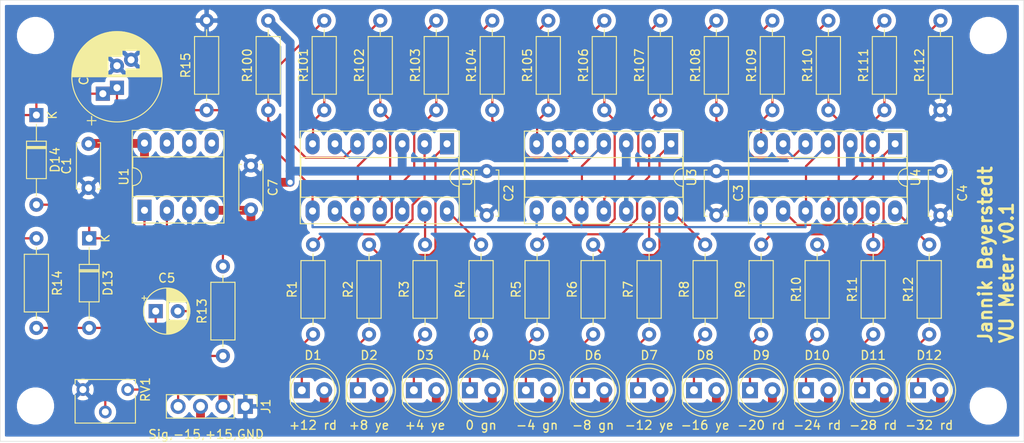
<source format=kicad_pcb>
(kicad_pcb (version 20171130) (host pcbnew "(5.1.8-0-10_14)")
  (title_block (title "VU Meter Module") (date 2020-12-06) (rev v0.2) (company "Jannik Beyerstedt") (comment 1 "Fixed Prototype"))
  (layers (0 F.Cu signal) (31 B.Cu signal) (34 B.Paste user) (35 F.Paste user) (36 B.SilkS user) (37 F.SilkS user) (38 B.Mask user) (39 F.Mask user) (44 Edge.Cuts user))
  (net 0 "")
  (net 1 +15V)
  (net 2 "Net-(C5-Pad2)")
  (net 3 "Net-(C5-Pad1)")
  (net 4 "Net-(C6-Pad1)")
  (net 5 "Net-(D1-Pad1)")
  (net 6 "Net-(D2-Pad1)")
  (net 7 "Net-(D3-Pad1)")
  (net 8 "Net-(D4-Pad1)")
  (net 9 "Net-(D5-Pad1)")
  (net 10 "Net-(D6-Pad1)")
  (net 11 "Net-(D7-Pad1)")
  (net 12 "Net-(D8-Pad1)")
  (net 13 "Net-(D9-Pad1)")
  (net 14 "Net-(D10-Pad1)")
  (net 15 "Net-(D11-Pad1)")
  (net 16 "Net-(D12-Pad1)")
  (net 17 "Net-(D13-Pad2)")
  (net 18 "Net-(D13-Pad1)")
  (net 19 "Net-(R1-Pad2)")
  (net 20 "Net-(R2-Pad2)")
  (net 21 "Net-(R3-Pad2)")
  (net 22 "Net-(R4-Pad2)")
  (net 23 "Net-(R5-Pad2)")
  (net 24 "Net-(R6-Pad2)")
  (net 25 "Net-(R7-Pad2)")
  (net 26 "Net-(R8-Pad2)")
  (net 27 "Net-(R9-Pad2)")
  (net 28 "Net-(R10-Pad2)")
  (net 29 "Net-(R11-Pad2)")
  (net 30 "Net-(R12-Pad2)")
  (net 31 "Net-(R100-Pad1)")
  (net 32 "Net-(R101-Pad1)")
  (net 33 "Net-(R102-Pad1)")
  (net 34 "Net-(R103-Pad1)")
  (net 35 "Net-(R104-Pad1)")
  (net 36 "Net-(R105-Pad1)")
  (net 37 "Net-(R106-Pad1)")
  (net 38 "Net-(R107-Pad1)")
  (net 39 "Net-(R108-Pad1)")
  (net 40 "Net-(R109-Pad1)")
  (net 41 "Net-(R110-Pad1)")
  (net 42 "Net-(R111-Pad1)")
  (net 43 Line_Input)
  (net 44 -15V)
  (net 45 GND)
  (module Potentiometer_THT:Potentiometer_Vishay_T73XX_Horizontal (layer F.Cu) (at 44.45 64.135 270)
    (fp_text reference RV1 (at 0 -2.01 90) (layer F.SilkS))
    (fp_text value 50K)
    (pad 1 thru_hole circle (at 0 0 270) (size 1.44 1.44) (drill 0.8) (layers *.Cu *.Mask) (net 43 Line_Input))
    (pad 2 thru_hole circle (at 2.54 2.54 270) (size 1.44 1.44) (drill 0.8) (layers *.Cu *.Mask) (net 3 "Net-(C5-Pad1)"))
    (pad 3 thru_hole circle (at 0 5.08 270) (size 1.44 1.44) (drill 0.8) (layers *.Cu *.Mask) (net 45 GND))
  )
  (module Connector_PinHeader_2.54mm:PinHeader_1x04_P2.54mm_Vertical (layer F.Cu) (at 57.785 66.04 270)
    (fp_text reference J1 (at 0 -2.33 90) (layer F.SilkS))
    (fp_text value Pwr_Signal)
    (pad 4 thru_hole oval (at 0 7.62 270) (size 1.7 1.7) (drill 1) (layers *.Cu *.Mask) (net 43 Line_Input))
    (pad 3 thru_hole oval (at 0 5.08 270) (size 1.7 1.7) (drill 1) (layers *.Cu *.Mask) (net 1 +15V))
    (pad 2 thru_hole oval (at 0 2.54 270) (size 1.7 1.7) (drill 1) (layers *.Cu *.Mask) (net 44 -15V))
    (pad 1 thru_hole rect (at 0 0 270) (size 1.7 1.7) (drill 1) (layers *.Cu *.Mask) (net 45 GND))
  )
  (module Capacitor_THT:C_Disc_D5.0mm_W2.5mm_P5.00mm (layer F.Cu) (at 58.42 38.735 270)
    (fp_text reference C7 (at 2.5 -2.5 90) (layer F.SilkS))
    (fp_text value 100nF)
    (pad 2 thru_hole circle (at 5 0 270) (size 1.6 1.6) (drill 0.8) (layers *.Cu *.Mask) (net 44 -15V))
    (pad 1 thru_hole circle (at 0 0 270) (size 1.6 1.6) (drill 0.8) (layers *.Cu *.Mask) (net 45 GND))
  )
  (module Capacitor_THT:C_Disc_D5.0mm_W2.5mm_P5.00mm (layer F.Cu) (at 136.58 39.37 270)
    (fp_text reference C4 (at 2.5 -2.5 90) (layer F.SilkS))
    (fp_text value 100nF)
    (pad 2 thru_hole circle (at 5 0 270) (size 1.6 1.6) (drill 0.8) (layers *.Cu *.Mask) (net 45 GND))
    (pad 1 thru_hole circle (at 0 0 270) (size 1.6 1.6) (drill 0.8) (layers *.Cu *.Mask) (net 1 +15V))
  )
  (module Capacitor_THT:C_Disc_D5.0mm_W2.5mm_P5.00mm (layer F.Cu) (at 111.18 39.37 270)
    (fp_text reference C3 (at 2.5 -2.5 90) (layer F.SilkS))
    (fp_text value 100nF)
    (pad 2 thru_hole circle (at 5 0 270) (size 1.6 1.6) (drill 0.8) (layers *.Cu *.Mask) (net 45 GND))
    (pad 1 thru_hole circle (at 0 0 270) (size 1.6 1.6) (drill 0.8) (layers *.Cu *.Mask) (net 1 +15V))
  )
  (module Capacitor_THT:C_Disc_D5.0mm_W2.5mm_P5.00mm (layer F.Cu) (at 85.145 39.37 270)
    (fp_text reference C2 (at 2.5 -2.5 90) (layer F.SilkS))
    (fp_text value 100nF)
    (pad 2 thru_hole circle (at 5 0 270) (size 1.6 1.6) (drill 0.8) (layers *.Cu *.Mask) (net 45 GND))
    (pad 1 thru_hole circle (at 0 0 270) (size 1.6 1.6) (drill 0.8) (layers *.Cu *.Mask) (net 1 +15V))
  )
  (module Capacitor_THT:C_Disc_D5.0mm_W2.5mm_P5.00mm (layer F.Cu) (at 40.005 41.275 90)
    (fp_text reference C1 (at 2.5 -2.5 90) (layer F.SilkS))
    (fp_text value 100nF)
    (pad 2 thru_hole circle (at 5 0 90) (size 1.6 1.6) (drill 0.8) (layers *.Cu *.Mask) (net 1 +15V))
    (pad 1 thru_hole circle (at 0 0 90) (size 1.6 1.6) (drill 0.8) (layers *.Cu *.Mask) (net 45 GND))
  )
  (module MountingHole:MountingHole_3.2mm_M3_ISO14580 (layer F.Cu) (at 34 24)
    (fp_text reference H4 hide)
    (fp_text value MountingHole hide)
    (pad 1 np_thru_hole circle (at 0 0) (size 3.2 3.2) (drill 3.2) (layers *.Cu *.Mask))
  )
  (module MountingHole:MountingHole_3.2mm_M3_ISO14580 (layer F.Cu) (at 142 24)
    (fp_text reference H3 hide)
    (fp_text value MountingHole hide)
    (pad 1 np_thru_hole circle (at 0 0) (size 3.2 3.2) (drill 3.2) (layers *.Cu *.Mask))
  )
  (module MountingHole:MountingHole_3.2mm_M3_ISO14580 (layer F.Cu) (at 142 66)
    (fp_text reference H2 hide)
    (fp_text value MountingHole hide)
    (pad 1 np_thru_hole circle (at 0 0) (size 3.2 3.2) (drill 3.2) (layers *.Cu *.Mask))
  )
  (module MountingHole:MountingHole_3.2mm_M3_ISO14580 (layer F.Cu) (at 34 66)
    (fp_text reference H1 hide)
    (fp_text value MountingHole hide)
    (pad 1 np_thru_hole circle (at 0 0) (size 3.2 3.2) (drill 3.2) (layers *.Cu *.Mask))
  )
  (module Capacitor_THT:CP_Radial_D10.0mm_P2.50mm_P5.00mm (layer F.Cu) (at 43.235 29.925 90)
    (fp_text reference C6 (at 1.25 -3.75 90) (layer F.SilkS))
    (fp_text value 47uF)
    (pad 2 thru_hole circle (at 3.170937 1.6 90) (size 1.6 1.6) (drill 0.8) (layers *.Cu *.Mask) (net 45 GND))
    (pad 1 thru_hole rect (at -0.670937 -1.6 90) (size 1.6 1.6) (drill 0.8) (layers *.Cu *.Mask) (net 4 "Net-(C6-Pad1)"))
    (pad 2 thru_hole circle (at 2.5 0 90) (size 1.6 1.6) (drill 0.8) (layers *.Cu *.Mask) (net 45 GND))
    (pad 1 thru_hole rect (at 0 0 90) (size 1.6 1.6) (drill 0.8) (layers *.Cu *.Mask) (net 4 "Net-(C6-Pad1)"))
  )
  (module Capacitor_THT:CP_Radial_D5.0mm_P2.50mm (layer F.Cu) (at 47.625 55.245)
    (fp_text reference C5 (at 1.25 -3.75) (layer F.SilkS))
    (fp_text value 1uF)
    (pad 2 thru_hole circle (at 2.5 0) (size 1.6 1.6) (drill 0.8) (layers *.Cu *.Mask) (net 2 "Net-(C5-Pad2)"))
    (pad 1 thru_hole rect (at 0 0) (size 1.6 1.6) (drill 0.8) (layers *.Cu *.Mask) (net 3 "Net-(C5-Pad1)"))
  )
  (module Package_DIP:DIP-14_W7.62mm_Socket_LongPads (layer F.Cu) (at 131.445 36.275 270)
    (fp_text reference U4 (at 3.81 -2.33 90) (layer F.SilkS))
    (fp_text value LM339)
    (pad 14 thru_hole oval (at 7.62 0 270) (size 2.4 1.6) (drill 0.8) (layers *.Cu *.Mask) (net 30 "Net-(R12-Pad2)"))
    (pad 7 thru_hole oval (at 0 15.24 270) (size 2.4 1.6) (drill 0.8) (layers *.Cu *.Mask) (net 40 "Net-(R109-Pad1)"))
    (pad 13 thru_hole oval (at 7.62 2.54 270) (size 2.4 1.6) (drill 0.8) (layers *.Cu *.Mask) (net 29 "Net-(R11-Pad2)"))
    (pad 6 thru_hole oval (at 0 12.7 270) (size 2.4 1.6) (drill 0.8) (layers *.Cu *.Mask) (net 4 "Net-(C6-Pad1)"))
    (pad 12 thru_hole oval (at 7.62 5.08 270) (size 2.4 1.6) (drill 0.8) (layers *.Cu *.Mask) (net 45 GND))
    (pad 5 thru_hole oval (at 0 10.16 270) (size 2.4 1.6) (drill 0.8) (layers *.Cu *.Mask) (net 39 "Net-(R108-Pad1)"))
    (pad 11 thru_hole oval (at 7.62 7.62 270) (size 2.4 1.6) (drill 0.8) (layers *.Cu *.Mask) (net 41 "Net-(R110-Pad1)"))
    (pad 4 thru_hole oval (at 0 7.62 270) (size 2.4 1.6) (drill 0.8) (layers *.Cu *.Mask) (net 4 "Net-(C6-Pad1)"))
    (pad 10 thru_hole oval (at 7.62 10.16 270) (size 2.4 1.6) (drill 0.8) (layers *.Cu *.Mask) (net 4 "Net-(C6-Pad1)"))
    (pad 3 thru_hole oval (at 0 5.08 270) (size 2.4 1.6) (drill 0.8) (layers *.Cu *.Mask) (net 1 +15V))
    (pad 9 thru_hole oval (at 7.62 12.7 270) (size 2.4 1.6) (drill 0.8) (layers *.Cu *.Mask) (net 42 "Net-(R111-Pad1)"))
    (pad 2 thru_hole oval (at 0 2.54 270) (size 2.4 1.6) (drill 0.8) (layers *.Cu *.Mask) (net 27 "Net-(R9-Pad2)"))
    (pad 8 thru_hole oval (at 7.62 15.24 270) (size 2.4 1.6) (drill 0.8) (layers *.Cu *.Mask) (net 4 "Net-(C6-Pad1)"))
    (pad 1 thru_hole rect (at 0 0 270) (size 2.4 1.6) (drill 0.8) (layers *.Cu *.Mask) (net 28 "Net-(R10-Pad2)"))
  )
  (module Package_DIP:DIP-14_W7.62mm_Socket_LongPads (layer F.Cu) (at 106.045 36.275 270)
    (fp_text reference U3 (at 3.81 -2.33 90) (layer F.SilkS))
    (fp_text value LM339)
    (pad 14 thru_hole oval (at 7.62 0 270) (size 2.4 1.6) (drill 0.8) (layers *.Cu *.Mask) (net 26 "Net-(R8-Pad2)"))
    (pad 7 thru_hole oval (at 0 15.24 270) (size 2.4 1.6) (drill 0.8) (layers *.Cu *.Mask) (net 36 "Net-(R105-Pad1)"))
    (pad 13 thru_hole oval (at 7.62 2.54 270) (size 2.4 1.6) (drill 0.8) (layers *.Cu *.Mask) (net 25 "Net-(R7-Pad2)"))
    (pad 6 thru_hole oval (at 0 12.7 270) (size 2.4 1.6) (drill 0.8) (layers *.Cu *.Mask) (net 4 "Net-(C6-Pad1)"))
    (pad 12 thru_hole oval (at 7.62 5.08 270) (size 2.4 1.6) (drill 0.8) (layers *.Cu *.Mask) (net 45 GND))
    (pad 5 thru_hole oval (at 0 10.16 270) (size 2.4 1.6) (drill 0.8) (layers *.Cu *.Mask) (net 35 "Net-(R104-Pad1)"))
    (pad 11 thru_hole oval (at 7.62 7.62 270) (size 2.4 1.6) (drill 0.8) (layers *.Cu *.Mask) (net 37 "Net-(R106-Pad1)"))
    (pad 4 thru_hole oval (at 0 7.62 270) (size 2.4 1.6) (drill 0.8) (layers *.Cu *.Mask) (net 4 "Net-(C6-Pad1)"))
    (pad 10 thru_hole oval (at 7.62 10.16 270) (size 2.4 1.6) (drill 0.8) (layers *.Cu *.Mask) (net 4 "Net-(C6-Pad1)"))
    (pad 3 thru_hole oval (at 0 5.08 270) (size 2.4 1.6) (drill 0.8) (layers *.Cu *.Mask) (net 1 +15V))
    (pad 9 thru_hole oval (at 7.62 12.7 270) (size 2.4 1.6) (drill 0.8) (layers *.Cu *.Mask) (net 38 "Net-(R107-Pad1)"))
    (pad 2 thru_hole oval (at 0 2.54 270) (size 2.4 1.6) (drill 0.8) (layers *.Cu *.Mask) (net 23 "Net-(R5-Pad2)"))
    (pad 8 thru_hole oval (at 7.62 15.24 270) (size 2.4 1.6) (drill 0.8) (layers *.Cu *.Mask) (net 4 "Net-(C6-Pad1)"))
    (pad 1 thru_hole rect (at 0 0 270) (size 2.4 1.6) (drill 0.8) (layers *.Cu *.Mask) (net 24 "Net-(R6-Pad2)"))
  )
  (module Package_DIP:DIP-14_W7.62mm_Socket_LongPads (layer F.Cu) (at 80.645 36.275 270)
    (fp_text reference U2 (at 3.81 -2.33 90) (layer F.SilkS))
    (fp_text value LM339)
    (pad 14 thru_hole oval (at 7.62 0 270) (size 2.4 1.6) (drill 0.8) (layers *.Cu *.Mask) (net 22 "Net-(R4-Pad2)"))
    (pad 7 thru_hole oval (at 0 15.24 270) (size 2.4 1.6) (drill 0.8) (layers *.Cu *.Mask) (net 32 "Net-(R101-Pad1)"))
    (pad 13 thru_hole oval (at 7.62 2.54 270) (size 2.4 1.6) (drill 0.8) (layers *.Cu *.Mask) (net 21 "Net-(R3-Pad2)"))
    (pad 6 thru_hole oval (at 0 12.7 270) (size 2.4 1.6) (drill 0.8) (layers *.Cu *.Mask) (net 4 "Net-(C6-Pad1)"))
    (pad 12 thru_hole oval (at 7.62 5.08 270) (size 2.4 1.6) (drill 0.8) (layers *.Cu *.Mask) (net 45 GND))
    (pad 5 thru_hole oval (at 0 10.16 270) (size 2.4 1.6) (drill 0.8) (layers *.Cu *.Mask) (net 31 "Net-(R100-Pad1)"))
    (pad 11 thru_hole oval (at 7.62 7.62 270) (size 2.4 1.6) (drill 0.8) (layers *.Cu *.Mask) (net 33 "Net-(R102-Pad1)"))
    (pad 4 thru_hole oval (at 0 7.62 270) (size 2.4 1.6) (drill 0.8) (layers *.Cu *.Mask) (net 4 "Net-(C6-Pad1)"))
    (pad 10 thru_hole oval (at 7.62 10.16 270) (size 2.4 1.6) (drill 0.8) (layers *.Cu *.Mask) (net 4 "Net-(C6-Pad1)"))
    (pad 3 thru_hole oval (at 0 5.08 270) (size 2.4 1.6) (drill 0.8) (layers *.Cu *.Mask) (net 1 +15V))
    (pad 9 thru_hole oval (at 7.62 12.7 270) (size 2.4 1.6) (drill 0.8) (layers *.Cu *.Mask) (net 34 "Net-(R103-Pad1)"))
    (pad 2 thru_hole oval (at 0 2.54 270) (size 2.4 1.6) (drill 0.8) (layers *.Cu *.Mask) (net 19 "Net-(R1-Pad2)"))
    (pad 8 thru_hole oval (at 7.62 15.24 270) (size 2.4 1.6) (drill 0.8) (layers *.Cu *.Mask) (net 4 "Net-(C6-Pad1)"))
    (pad 1 thru_hole rect (at 0 0 270) (size 2.4 1.6) (drill 0.8) (layers *.Cu *.Mask) (net 20 "Net-(R2-Pad2)"))
  )
  (module Package_DIP:DIP-8_W7.62mm_Socket_LongPads (layer F.Cu) (at 46.355 43.815 90)
    (fp_text reference U1 (at 3.81 -2.33 90) (layer F.SilkS))
    (fp_text value LM833N)
    (pad 8 thru_hole oval (at 7.62 0 90) (size 2.4 1.6) (drill 0.8) (layers *.Cu *.Mask) (net 1 +15V))
    (pad 4 thru_hole oval (at 0 7.62 90) (size 2.4 1.6) (drill 0.8) (layers *.Cu *.Mask) (net 44 -15V))
    (pad 7 thru_hole oval (at 7.62 2.54 90) (size 2.4 1.6) (drill 0.8) (layers *.Cu *.Mask))
    (pad 3 thru_hole oval (at 0 5.08 90) (size 2.4 1.6) (drill 0.8) (layers *.Cu *.Mask) (net 45 GND))
    (pad 6 thru_hole oval (at 7.62 5.08 90) (size 2.4 1.6) (drill 0.8) (layers *.Cu *.Mask))
    (pad 2 thru_hole oval (at 0 2.54 90) (size 2.4 1.6) (drill 0.8) (layers *.Cu *.Mask) (net 17 "Net-(D13-Pad2)"))
    (pad 5 thru_hole oval (at 7.62 7.62 90) (size 2.4 1.6) (drill 0.8) (layers *.Cu *.Mask))
    (pad 1 thru_hole rect (at 0 0 90) (size 2.4 1.6) (drill 0.8) (layers *.Cu *.Mask) (net 18 "Net-(D13-Pad1)"))
  )
  (module Resistor_THT:R_Axial_DIN0207_L6.3mm_D2.5mm_P10.16mm_Horizontal (layer F.Cu) (at 136.58 32.465 90)
    (fp_text reference R112 (at 5.08 -2.37 90) (layer F.SilkS))
    (fp_text value 68R)
    (pad 2 thru_hole oval (at 10.16 0 90) (size 1.6 1.6) (drill 0.8) (layers *.Cu *.Mask) (net 42 "Net-(R111-Pad1)"))
    (pad 1 thru_hole circle (at 0 0 90) (size 1.6 1.6) (drill 0.8) (layers *.Cu *.Mask) (net 45 GND))
  )
  (module Resistor_THT:R_Axial_DIN0207_L6.3mm_D2.5mm_P10.16mm_Horizontal (layer F.Cu) (at 130.23 32.465 90)
    (fp_text reference R111 (at 5.08 -2.37 90) (layer F.SilkS))
    (fp_text value 39R)
    (pad 2 thru_hole oval (at 10.16 0 90) (size 1.6 1.6) (drill 0.8) (layers *.Cu *.Mask) (net 41 "Net-(R110-Pad1)"))
    (pad 1 thru_hole circle (at 0 0 90) (size 1.6 1.6) (drill 0.8) (layers *.Cu *.Mask) (net 42 "Net-(R111-Pad1)"))
  )
  (module Resistor_THT:R_Axial_DIN0207_L6.3mm_D2.5mm_P10.16mm_Horizontal (layer F.Cu) (at 123.88 32.465 90)
    (fp_text reference R110 (at 5.08 -2.37 90) (layer F.SilkS))
    (fp_text value 68R)
    (pad 2 thru_hole oval (at 10.16 0 90) (size 1.6 1.6) (drill 0.8) (layers *.Cu *.Mask) (net 40 "Net-(R109-Pad1)"))
    (pad 1 thru_hole circle (at 0 0 90) (size 1.6 1.6) (drill 0.8) (layers *.Cu *.Mask) (net 41 "Net-(R110-Pad1)"))
  )
  (module Resistor_THT:R_Axial_DIN0207_L6.3mm_D2.5mm_P10.16mm_Horizontal (layer F.Cu) (at 117.53 32.465 90)
    (fp_text reference R109 (at 5.08 -2.37 90) (layer F.SilkS))
    (fp_text value 100R)
    (pad 2 thru_hole oval (at 10.16 0 90) (size 1.6 1.6) (drill 0.8) (layers *.Cu *.Mask) (net 39 "Net-(R108-Pad1)"))
    (pad 1 thru_hole circle (at 0 0 90) (size 1.6 1.6) (drill 0.8) (layers *.Cu *.Mask) (net 40 "Net-(R109-Pad1)"))
  )
  (module Resistor_THT:R_Axial_DIN0207_L6.3mm_D2.5mm_P10.16mm_Horizontal (layer F.Cu) (at 111.18 32.465 90)
    (fp_text reference R108 (at 5.08 -2.37 90) (layer F.SilkS))
    (fp_text value 150R)
    (pad 2 thru_hole oval (at 10.16 0 90) (size 1.6 1.6) (drill 0.8) (layers *.Cu *.Mask) (net 38 "Net-(R107-Pad1)"))
    (pad 1 thru_hole circle (at 0 0 90) (size 1.6 1.6) (drill 0.8) (layers *.Cu *.Mask) (net 39 "Net-(R108-Pad1)"))
  )
  (module Resistor_THT:R_Axial_DIN0207_L6.3mm_D2.5mm_P10.16mm_Horizontal (layer F.Cu) (at 104.83 32.465 90)
    (fp_text reference R107 (at 5.08 -2.37 90) (layer F.SilkS))
    (fp_text value 270R)
    (pad 2 thru_hole oval (at 10.16 0 90) (size 1.6 1.6) (drill 0.8) (layers *.Cu *.Mask) (net 37 "Net-(R106-Pad1)"))
    (pad 1 thru_hole circle (at 0 0 90) (size 1.6 1.6) (drill 0.8) (layers *.Cu *.Mask) (net 38 "Net-(R107-Pad1)"))
  )
  (module Resistor_THT:R_Axial_DIN0207_L6.3mm_D2.5mm_P10.16mm_Horizontal (layer F.Cu) (at 98.48 32.465 90)
    (fp_text reference R106 (at 5.08 -2.37 90) (layer F.SilkS))
    (fp_text value 390R)
    (pad 2 thru_hole oval (at 10.16 0 90) (size 1.6 1.6) (drill 0.8) (layers *.Cu *.Mask) (net 36 "Net-(R105-Pad1)"))
    (pad 1 thru_hole circle (at 0 0 90) (size 1.6 1.6) (drill 0.8) (layers *.Cu *.Mask) (net 37 "Net-(R106-Pad1)"))
  )
  (module Resistor_THT:R_Axial_DIN0207_L6.3mm_D2.5mm_P10.16mm_Horizontal (layer F.Cu) (at 92.13 32.465 90)
    (fp_text reference R105 (at 5.08 -2.37 90) (layer F.SilkS))
    (fp_text value 680R)
    (pad 2 thru_hole oval (at 10.16 0 90) (size 1.6 1.6) (drill 0.8) (layers *.Cu *.Mask) (net 35 "Net-(R104-Pad1)"))
    (pad 1 thru_hole circle (at 0 0 90) (size 1.6 1.6) (drill 0.8) (layers *.Cu *.Mask) (net 36 "Net-(R105-Pad1)"))
  )
  (module Resistor_THT:R_Axial_DIN0207_L6.3mm_D2.5mm_P10.16mm_Horizontal (layer F.Cu) (at 85.78 32.465 90)
    (fp_text reference R104 (at 5.08 -2.37 90) (layer F.SilkS))
    (fp_text value 1K)
    (pad 2 thru_hole oval (at 10.16 0 90) (size 1.6 1.6) (drill 0.8) (layers *.Cu *.Mask) (net 34 "Net-(R103-Pad1)"))
    (pad 1 thru_hole circle (at 0 0 90) (size 1.6 1.6) (drill 0.8) (layers *.Cu *.Mask) (net 35 "Net-(R104-Pad1)"))
  )
  (module Resistor_THT:R_Axial_DIN0207_L6.3mm_D2.5mm_P10.16mm_Horizontal (layer F.Cu) (at 79.43 32.465 90)
    (fp_text reference R103 (at 5.08 -2.37 90) (layer F.SilkS))
    (fp_text value 1.5K)
    (pad 2 thru_hole oval (at 10.16 0 90) (size 1.6 1.6) (drill 0.8) (layers *.Cu *.Mask) (net 33 "Net-(R102-Pad1)"))
    (pad 1 thru_hole circle (at 0 0 90) (size 1.6 1.6) (drill 0.8) (layers *.Cu *.Mask) (net 34 "Net-(R103-Pad1)"))
  )
  (module Resistor_THT:R_Axial_DIN0207_L6.3mm_D2.5mm_P10.16mm_Horizontal (layer F.Cu) (at 73.08 32.465 90)
    (fp_text reference R102 (at 5.08 -2.37 90) (layer F.SilkS))
    (fp_text value 2.7K)
    (pad 2 thru_hole oval (at 10.16 0 90) (size 1.6 1.6) (drill 0.8) (layers *.Cu *.Mask) (net 32 "Net-(R101-Pad1)"))
    (pad 1 thru_hole circle (at 0 0 90) (size 1.6 1.6) (drill 0.8) (layers *.Cu *.Mask) (net 33 "Net-(R102-Pad1)"))
  )
  (module Resistor_THT:R_Axial_DIN0207_L6.3mm_D2.5mm_P10.16mm_Horizontal (layer F.Cu) (at 66.73 32.465 90)
    (fp_text reference R101 (at 5.08 -2.37 90) (layer F.SilkS))
    (fp_text value 3.9K)
    (pad 2 thru_hole oval (at 10.16 0 90) (size 1.6 1.6) (drill 0.8) (layers *.Cu *.Mask) (net 31 "Net-(R100-Pad1)"))
    (pad 1 thru_hole circle (at 0 0 90) (size 1.6 1.6) (drill 0.8) (layers *.Cu *.Mask) (net 32 "Net-(R101-Pad1)"))
  )
  (module Resistor_THT:R_Axial_DIN0207_L6.3mm_D2.5mm_P10.16mm_Horizontal (layer F.Cu) (at 60.38 32.465 90)
    (fp_text reference R100 (at 5.08 -2.37 90) (layer F.SilkS))
    (fp_text value 2.7K)
    (pad 2 thru_hole oval (at 10.16 0 90) (size 1.6 1.6) (drill 0.8) (layers *.Cu *.Mask) (net 1 +15V))
    (pad 1 thru_hole circle (at 0 0 90) (size 1.6 1.6) (drill 0.8) (layers *.Cu *.Mask) (net 31 "Net-(R100-Pad1)"))
  )
  (module Resistor_THT:R_Axial_DIN0207_L6.3mm_D2.5mm_P10.16mm_Horizontal (layer F.Cu) (at 53.395 32.465 90)
    (fp_text reference R15 (at 5.08 -2.37 90) (layer F.SilkS))
    (fp_text value 100K)
    (pad 2 thru_hole oval (at 10.16 0 90) (size 1.6 1.6) (drill 0.8) (layers *.Cu *.Mask) (net 45 GND))
    (pad 1 thru_hole circle (at 0 0 90) (size 1.6 1.6) (drill 0.8) (layers *.Cu *.Mask) (net 4 "Net-(C6-Pad1)"))
  )
  (module Resistor_THT:R_Axial_DIN0207_L6.3mm_D2.5mm_P10.16mm_Horizontal (layer F.Cu) (at 34.1 46.99 270)
    (fp_text reference R14 (at 5.08 -2.37 90) (layer F.SilkS))
    (fp_text value 3.9K)
    (pad 2 thru_hole oval (at 10.16 0 270) (size 1.6 1.6) (drill 0.8) (layers *.Cu *.Mask) (net 17 "Net-(D13-Pad2)"))
    (pad 1 thru_hole circle (at 0 0 270) (size 1.6 1.6) (drill 0.8) (layers *.Cu *.Mask) (net 4 "Net-(C6-Pad1)"))
  )
  (module Resistor_THT:R_Axial_DIN0207_L6.3mm_D2.5mm_P10.16mm_Horizontal (layer F.Cu) (at 55.245 60.325 90)
    (fp_text reference R13 (at 5.08 -2.37 90) (layer F.SilkS))
    (fp_text value 1K)
    (pad 2 thru_hole oval (at 10.16 0 90) (size 1.6 1.6) (drill 0.8) (layers *.Cu *.Mask) (net 17 "Net-(D13-Pad2)"))
    (pad 1 thru_hole circle (at 0 0 90) (size 1.6 1.6) (drill 0.8) (layers *.Cu *.Mask) (net 2 "Net-(C5-Pad2)"))
  )
  (module Resistor_THT:R_Axial_DIN0207_L6.3mm_D2.5mm_P10.16mm_Horizontal (layer F.Cu) (at 135.31 57.865 90)
    (fp_text reference R12 (at 5.08 -2.37 90) (layer F.SilkS))
    (fp_text value 390R)
    (pad 2 thru_hole oval (at 10.16 0 90) (size 1.6 1.6) (drill 0.8) (layers *.Cu *.Mask) (net 30 "Net-(R12-Pad2)"))
    (pad 1 thru_hole circle (at 0 0 90) (size 1.6 1.6) (drill 0.8) (layers *.Cu *.Mask) (net 16 "Net-(D12-Pad1)"))
  )
  (module Resistor_THT:R_Axial_DIN0207_L6.3mm_D2.5mm_P10.16mm_Horizontal (layer F.Cu) (at 128.96 57.865 90)
    (fp_text reference R11 (at 5.08 -2.37 90) (layer F.SilkS))
    (fp_text value 390R)
    (pad 2 thru_hole oval (at 10.16 0 90) (size 1.6 1.6) (drill 0.8) (layers *.Cu *.Mask) (net 29 "Net-(R11-Pad2)"))
    (pad 1 thru_hole circle (at 0 0 90) (size 1.6 1.6) (drill 0.8) (layers *.Cu *.Mask) (net 15 "Net-(D11-Pad1)"))
  )
  (module Resistor_THT:R_Axial_DIN0207_L6.3mm_D2.5mm_P10.16mm_Horizontal (layer F.Cu) (at 122.61 57.865 90)
    (fp_text reference R10 (at 5.08 -2.37 90) (layer F.SilkS))
    (fp_text value 390R)
    (pad 2 thru_hole oval (at 10.16 0 90) (size 1.6 1.6) (drill 0.8) (layers *.Cu *.Mask) (net 28 "Net-(R10-Pad2)"))
    (pad 1 thru_hole circle (at 0 0 90) (size 1.6 1.6) (drill 0.8) (layers *.Cu *.Mask) (net 14 "Net-(D10-Pad1)"))
  )
  (module Resistor_THT:R_Axial_DIN0207_L6.3mm_D2.5mm_P10.16mm_Horizontal (layer F.Cu) (at 116.26 57.865 90)
    (fp_text reference R9 (at 5.08 -2.37 90) (layer F.SilkS))
    (fp_text value 390R)
    (pad 2 thru_hole oval (at 10.16 0 90) (size 1.6 1.6) (drill 0.8) (layers *.Cu *.Mask) (net 27 "Net-(R9-Pad2)"))
    (pad 1 thru_hole circle (at 0 0 90) (size 1.6 1.6) (drill 0.8) (layers *.Cu *.Mask) (net 13 "Net-(D9-Pad1)"))
  )
  (module Resistor_THT:R_Axial_DIN0207_L6.3mm_D2.5mm_P10.16mm_Horizontal (layer F.Cu) (at 109.91 57.865 90)
    (fp_text reference R8 (at 5.08 -2.37 90) (layer F.SilkS))
    (fp_text value 390R)
    (pad 2 thru_hole oval (at 10.16 0 90) (size 1.6 1.6) (drill 0.8) (layers *.Cu *.Mask) (net 26 "Net-(R8-Pad2)"))
    (pad 1 thru_hole circle (at 0 0 90) (size 1.6 1.6) (drill 0.8) (layers *.Cu *.Mask) (net 12 "Net-(D8-Pad1)"))
  )
  (module Resistor_THT:R_Axial_DIN0207_L6.3mm_D2.5mm_P10.16mm_Horizontal (layer F.Cu) (at 103.56 57.865 90)
    (fp_text reference R7 (at 5.08 -2.37 90) (layer F.SilkS))
    (fp_text value 390R)
    (pad 2 thru_hole oval (at 10.16 0 90) (size 1.6 1.6) (drill 0.8) (layers *.Cu *.Mask) (net 25 "Net-(R7-Pad2)"))
    (pad 1 thru_hole circle (at 0 0 90) (size 1.6 1.6) (drill 0.8) (layers *.Cu *.Mask) (net 11 "Net-(D7-Pad1)"))
  )
  (module Resistor_THT:R_Axial_DIN0207_L6.3mm_D2.5mm_P10.16mm_Horizontal (layer F.Cu) (at 97.21 57.865 90)
    (fp_text reference R6 (at 5.08 -2.37 90) (layer F.SilkS))
    (fp_text value 390R)
    (pad 2 thru_hole oval (at 10.16 0 90) (size 1.6 1.6) (drill 0.8) (layers *.Cu *.Mask) (net 24 "Net-(R6-Pad2)"))
    (pad 1 thru_hole circle (at 0 0 90) (size 1.6 1.6) (drill 0.8) (layers *.Cu *.Mask) (net 10 "Net-(D6-Pad1)"))
  )
  (module Resistor_THT:R_Axial_DIN0207_L6.3mm_D2.5mm_P10.16mm_Horizontal (layer F.Cu) (at 90.86 57.865 90)
    (fp_text reference R5 (at 5.08 -2.37 90) (layer F.SilkS))
    (fp_text value 390R)
    (pad 2 thru_hole oval (at 10.16 0 90) (size 1.6 1.6) (drill 0.8) (layers *.Cu *.Mask) (net 23 "Net-(R5-Pad2)"))
    (pad 1 thru_hole circle (at 0 0 90) (size 1.6 1.6) (drill 0.8) (layers *.Cu *.Mask) (net 9 "Net-(D5-Pad1)"))
  )
  (module Resistor_THT:R_Axial_DIN0207_L6.3mm_D2.5mm_P10.16mm_Horizontal (layer F.Cu) (at 84.51 57.865 90)
    (fp_text reference R4 (at 5.08 -2.37 90) (layer F.SilkS))
    (fp_text value 390R)
    (pad 2 thru_hole oval (at 10.16 0 90) (size 1.6 1.6) (drill 0.8) (layers *.Cu *.Mask) (net 22 "Net-(R4-Pad2)"))
    (pad 1 thru_hole circle (at 0 0 90) (size 1.6 1.6) (drill 0.8) (layers *.Cu *.Mask) (net 8 "Net-(D4-Pad1)"))
  )
  (module Resistor_THT:R_Axial_DIN0207_L6.3mm_D2.5mm_P10.16mm_Horizontal (layer F.Cu) (at 78.16 57.865 90)
    (fp_text reference R3 (at 5.08 -2.37 90) (layer F.SilkS))
    (fp_text value 390R)
    (pad 2 thru_hole oval (at 10.16 0 90) (size 1.6 1.6) (drill 0.8) (layers *.Cu *.Mask) (net 21 "Net-(R3-Pad2)"))
    (pad 1 thru_hole circle (at 0 0 90) (size 1.6 1.6) (drill 0.8) (layers *.Cu *.Mask) (net 7 "Net-(D3-Pad1)"))
  )
  (module Resistor_THT:R_Axial_DIN0207_L6.3mm_D2.5mm_P10.16mm_Horizontal (layer F.Cu) (at 71.81 57.865 90)
    (fp_text reference R2 (at 5.08 -2.37 90) (layer F.SilkS))
    (fp_text value 390R)
    (pad 2 thru_hole oval (at 10.16 0 90) (size 1.6 1.6) (drill 0.8) (layers *.Cu *.Mask) (net 20 "Net-(R2-Pad2)"))
    (pad 1 thru_hole circle (at 0 0 90) (size 1.6 1.6) (drill 0.8) (layers *.Cu *.Mask) (net 6 "Net-(D2-Pad1)"))
  )
  (module Resistor_THT:R_Axial_DIN0207_L6.3mm_D2.5mm_P10.16mm_Horizontal (layer F.Cu) (at 65.46 57.865 90)
    (fp_text reference R1 (at 5.08 -2.37 90) (layer F.SilkS))
    (fp_text value 390R)
    (pad 2 thru_hole oval (at 10.16 0 90) (size 1.6 1.6) (drill 0.8) (layers *.Cu *.Mask) (net 19 "Net-(R1-Pad2)"))
    (pad 1 thru_hole circle (at 0 0 90) (size 1.6 1.6) (drill 0.8) (layers *.Cu *.Mask) (net 5 "Net-(D1-Pad1)"))
  )
  (module Diode_THT:D_DO-35_SOD27_P10.16mm_Horizontal (layer F.Cu) (at 34.1 33.02 270)
    (fp_text reference D14 (at 5.08 -2.12 90) (layer F.SilkS))
    (fp_text value 1N4148)
    (fp_text user K (at 0 -1.8 90) (layer F.SilkS))
    (pad 2 thru_hole oval (at 10.16 0 270) (size 1.6 1.6) (drill 0.8) (layers *.Cu *.Mask) (net 18 "Net-(D13-Pad1)"))
    (pad 1 thru_hole rect (at 0 0 270) (size 1.6 1.6) (drill 0.8) (layers *.Cu *.Mask) (net 4 "Net-(C6-Pad1)"))
  )
  (module Diode_THT:D_DO-35_SOD27_P10.16mm_Horizontal (layer F.Cu) (at 40.085 46.99 270)
    (fp_text reference D13 (at 5.08 -2.12 90) (layer F.SilkS))
    (fp_text value 1N4148)
    (fp_text user K (at 0 -1.8 90) (layer F.SilkS))
    (pad 2 thru_hole oval (at 10.16 0 270) (size 1.6 1.6) (drill 0.8) (layers *.Cu *.Mask) (net 17 "Net-(D13-Pad2)"))
    (pad 1 thru_hole rect (at 0 0 270) (size 1.6 1.6) (drill 0.8) (layers *.Cu *.Mask) (net 18 "Net-(D13-Pad1)"))
  )
  (module LED_THT:LED_D5.0mm (layer F.Cu) (at 134.04 64.215)
    (fp_text reference D12 (at 1.27 -3.96) (layer F.SilkS))
    (fp_text value "-32 rd" (at 1.27 3.96) (layer F.SilkS))
    (pad 2 thru_hole circle (at 2.54 0) (size 1.8 1.8) (drill 0.9) (layers *.Cu *.Mask) (net 1 +15V))
    (pad 1 thru_hole rect (at 0 0) (size 1.8 1.8) (drill 0.9) (layers *.Cu *.Mask) (net 16 "Net-(D12-Pad1)"))
  )
  (module LED_THT:LED_D5.0mm (layer F.Cu) (at 127.69 64.215)
    (fp_text reference D11 (at 1.27 -3.96) (layer F.SilkS))
    (fp_text value "-28 rd" (at 1.27 3.96) (layer F.SilkS))
    (pad 2 thru_hole circle (at 2.54 0) (size 1.8 1.8) (drill 0.9) (layers *.Cu *.Mask) (net 1 +15V))
    (pad 1 thru_hole rect (at 0 0) (size 1.8 1.8) (drill 0.9) (layers *.Cu *.Mask) (net 15 "Net-(D11-Pad1)"))
  )
  (module LED_THT:LED_D5.0mm (layer F.Cu) (at 121.34 64.215)
    (fp_text reference D10 (at 1.27 -3.96) (layer F.SilkS))
    (fp_text value "-24 rd" (at 1.27 3.96) (layer F.SilkS))
    (pad 2 thru_hole circle (at 2.54 0) (size 1.8 1.8) (drill 0.9) (layers *.Cu *.Mask) (net 1 +15V))
    (pad 1 thru_hole rect (at 0 0) (size 1.8 1.8) (drill 0.9) (layers *.Cu *.Mask) (net 14 "Net-(D10-Pad1)"))
  )
  (module LED_THT:LED_D5.0mm (layer F.Cu) (at 114.99 64.215)
    (fp_text reference D9 (at 1.27 -3.96) (layer F.SilkS))
    (fp_text value "-20 rd" (at 1.27 3.96) (layer F.SilkS))
    (pad 2 thru_hole circle (at 2.54 0) (size 1.8 1.8) (drill 0.9) (layers *.Cu *.Mask) (net 1 +15V))
    (pad 1 thru_hole rect (at 0 0) (size 1.8 1.8) (drill 0.9) (layers *.Cu *.Mask) (net 13 "Net-(D9-Pad1)"))
  )
  (module LED_THT:LED_D5.0mm (layer F.Cu) (at 108.64 64.215)
    (fp_text reference D8 (at 1.27 -3.96) (layer F.SilkS))
    (fp_text value "-16 ye" (at 1.27 3.96) (layer F.SilkS))
    (pad 2 thru_hole circle (at 2.54 0) (size 1.8 1.8) (drill 0.9) (layers *.Cu *.Mask) (net 1 +15V))
    (pad 1 thru_hole rect (at 0 0) (size 1.8 1.8) (drill 0.9) (layers *.Cu *.Mask) (net 12 "Net-(D8-Pad1)"))
  )
  (module LED_THT:LED_D5.0mm (layer F.Cu) (at 102.29 64.215)
    (fp_text reference D7 (at 1.27 -3.96) (layer F.SilkS))
    (fp_text value "-12 ye" (at 1.27 3.96) (layer F.SilkS))
    (pad 2 thru_hole circle (at 2.54 0) (size 1.8 1.8) (drill 0.9) (layers *.Cu *.Mask) (net 1 +15V))
    (pad 1 thru_hole rect (at 0 0) (size 1.8 1.8) (drill 0.9) (layers *.Cu *.Mask) (net 11 "Net-(D7-Pad1)"))
  )
  (module LED_THT:LED_D5.0mm (layer F.Cu) (at 95.94 64.215)
    (fp_text reference D6 (at 1.27 -3.96) (layer F.SilkS))
    (fp_text value "-8 gn" (at 1.27 3.96) (layer F.SilkS))
    (pad 2 thru_hole circle (at 2.54 0) (size 1.8 1.8) (drill 0.9) (layers *.Cu *.Mask) (net 1 +15V))
    (pad 1 thru_hole rect (at 0 0) (size 1.8 1.8) (drill 0.9) (layers *.Cu *.Mask) (net 10 "Net-(D6-Pad1)"))
  )
  (module LED_THT:LED_D5.0mm (layer F.Cu) (at 89.59 64.215)
    (fp_text reference D5 (at 1.27 -3.96) (layer F.SilkS))
    (fp_text value "-4 gn" (at 1.27 3.96) (layer F.SilkS))
    (pad 2 thru_hole circle (at 2.54 0) (size 1.8 1.8) (drill 0.9) (layers *.Cu *.Mask) (net 1 +15V))
    (pad 1 thru_hole rect (at 0 0) (size 1.8 1.8) (drill 0.9) (layers *.Cu *.Mask) (net 9 "Net-(D5-Pad1)"))
  )
  (module LED_THT:LED_D5.0mm (layer F.Cu) (at 83.24 64.215)
    (fp_text reference D4 (at 1.27 -3.96) (layer F.SilkS))
    (fp_text value "0 gn" (at 1.27 3.96) (layer F.SilkS))
    (pad 2 thru_hole circle (at 2.54 0) (size 1.8 1.8) (drill 0.9) (layers *.Cu *.Mask) (net 1 +15V))
    (pad 1 thru_hole rect (at 0 0) (size 1.8 1.8) (drill 0.9) (layers *.Cu *.Mask) (net 8 "Net-(D4-Pad1)"))
  )
  (module LED_THT:LED_D5.0mm (layer F.Cu) (at 76.89 64.215)
    (fp_text reference D3 (at 1.27 -3.96) (layer F.SilkS))
    (fp_text value "+4 ye" (at 1.27 3.96) (layer F.SilkS))
    (pad 2 thru_hole circle (at 2.54 0) (size 1.8 1.8) (drill 0.9) (layers *.Cu *.Mask) (net 1 +15V))
    (pad 1 thru_hole rect (at 0 0) (size 1.8 1.8) (drill 0.9) (layers *.Cu *.Mask) (net 7 "Net-(D3-Pad1)"))
  )
  (module LED_THT:LED_D5.0mm (layer F.Cu) (at 70.54 64.215)
    (fp_text reference D2 (at 1.27 -3.96) (layer F.SilkS))
    (fp_text value "+8 ye" (at 1.27 3.96) (layer F.SilkS))
    (pad 2 thru_hole circle (at 2.54 0) (size 1.8 1.8) (drill 0.9) (layers *.Cu *.Mask) (net 1 +15V))
    (pad 1 thru_hole rect (at 0 0) (size 1.8 1.8) (drill 0.9) (layers *.Cu *.Mask) (net 6 "Net-(D2-Pad1)"))
  )
  (module LED_THT:LED_D5.0mm (layer F.Cu) (at 64.19 64.215)
    (fp_text reference D1 (at 1.27 -3.96) (layer F.SilkS))
    (fp_text value "+12 rd" (at 1.27 3.96) (layer F.SilkS))
    (pad 2 thru_hole circle (at 2.54 0) (size 1.8 1.8) (drill 0.9) (layers *.Cu *.Mask) (net 1 +15V))
    (pad 1 thru_hole rect (at 0 0) (size 1.8 1.8) (drill 0.9) (layers *.Cu *.Mask) (net 5 "Net-(D1-Pad1)"))
  )
  (gr_text Sig,-15,+15,GND (at 53.34 69.215) (layer F.SilkS) (effects (font (size 1 1))))
  (gr_text "Jannik Beyerstedt\nVU Meter v0.1" (at 142.875 59.055 90) (layer F.SilkS) (effects (font (size 1.5 1.5) (thickness 0.3)) (justify left)))
  (gr_line (start 146 20) (end 30 20) (layer Edge.Cuts) (width 0.05))
  (gr_line (start 146.05 70) (end 146 20) (layer Edge.Cuts) (width 0.05))
  (gr_line (start 30 20) (end 30 70) (layer Edge.Cuts) (width 0.05))
  (gr_line (start 146.05 70) (end 30 70) (layer Edge.Cuts) (width 0.05))
  (segment (start 136.58 66.755) (end 136.58 64.215) (width 1) (layer F.Cu) (net 1))
  (segment (start 130.23 66.755) (end 136.58 66.755) (width 1) (layer F.Cu) (net 1))
  (segment (start 130.23 64.215) (end 130.23 66.755) (width 1) (layer F.Cu) (net 1))
  (segment (start 123.88 64.215) (end 123.88 66.755) (width 1) (layer F.Cu) (net 1))
  (segment (start 123.88 66.755) (end 130.23 66.755) (width 1) (layer F.Cu) (net 1))
  (segment (start 117.53 64.215) (end 117.53 66.755) (width 1) (layer F.Cu) (net 1))
  (segment (start 117.53 66.755) (end 123.88 66.755) (width 1) (layer F.Cu) (net 1))
  (segment (start 111.18 64.215) (end 111.18 66.755) (width 1) (layer F.Cu) (net 1))
  (segment (start 111.18 66.755) (end 117.53 66.755) (width 1) (layer F.Cu) (net 1))
  (segment (start 104.83 66.755) (end 111.18 66.755) (width 1) (layer F.Cu) (net 1))
  (segment (start 104.83 64.215) (end 104.83 66.755) (width 1) (layer F.Cu) (net 1))
  (segment (start 98.48 64.215) (end 98.48 66.755) (width 1) (layer F.Cu) (net 1))
  (segment (start 98.48 66.755) (end 104.83 66.755) (width 1) (layer F.Cu) (net 1))
  (segment (start 92.13 64.215) (end 92.13 66.755) (width 1) (layer F.Cu) (net 1))
  (segment (start 92.13 66.755) (end 98.48 66.755) (width 1) (layer F.Cu) (net 1))
  (segment (start 85.78 64.215) (end 85.78 66.12) (width 1) (layer F.Cu) (net 1))
  (segment (start 85.78 66.12) (end 85.78 66.755) (width 1) (layer F.Cu) (net 1))
  (segment (start 85.78 66.755) (end 92.13 66.755) (width 1) (layer F.Cu) (net 1))
  (segment (start 79.43 64.215) (end 79.43 66.755) (width 1) (layer F.Cu) (net 1))
  (segment (start 79.43 66.755) (end 85.78 66.755) (width 1) (layer F.Cu) (net 1))
  (segment (start 73.08 64.215) (end 73.08 66.755) (width 1) (layer F.Cu) (net 1))
  (segment (start 73.08 66.755) (end 79.43 66.755) (width 1) (layer F.Cu) (net 1))
  (segment (start 66.73 64.215) (end 66.73 66.755) (width 1) (layer F.Cu) (net 1))
  (segment (start 66.73 66.755) (end 73.08 66.755) (width 1) (layer F.Cu) (net 1))
  (segment (start 46.315 36.235) (end 46.355 36.195) (width 1) (layer F.Cu) (net 1))
  (segment (start 40.005 36.235) (end 46.315 36.235) (width 1) (layer F.Cu) (net 1))
  (segment (start 46.355 40.005) (end 46.99 40.64) (width 1) (layer F.Cu) (net 1))
  (segment (start 46.99 40.64) (end 60.96 40.64) (width 1) (layer F.Cu) (net 1))
  (segment (start 46.355 36.195) (end 46.355 40.005) (width 1) (layer F.Cu) (net 1))
  (segment (start 75.565 36.33) (end 75.62 36.275) (width 1) (layer B.Cu) (net 1))
  (segment (start 62.865 24.79) (end 62.865 39.37) (width 1) (layer B.Cu) (net 1))
  (segment (start 60.38 22.305) (end 62.865 24.79) (width 1) (layer B.Cu) (net 1))
  (segment (start 126.365 39.37) (end 111.18 39.37) (width 1) (layer B.Cu) (net 1))
  (segment (start 126.365 36.275) (end 126.365 39.37) (width 1) (layer B.Cu) (net 1))
  (segment (start 136.58 39.37) (end 126.365 39.37) (width 1) (layer B.Cu) (net 1))
  (segment (start 100.965 36.275) (end 100.965 39.37) (width 1) (layer B.Cu) (net 1))
  (segment (start 100.965 39.37) (end 111.18 39.37) (width 1) (layer B.Cu) (net 1))
  (segment (start 85.145 39.37) (end 100.965 39.37) (width 1) (layer B.Cu) (net 1))
  (segment (start 85.145 39.37) (end 75.565 39.37) (width 1) (layer B.Cu) (net 1))
  (segment (start 75.565 39.37) (end 75.565 36.275) (width 1) (layer B.Cu) (net 1))
  (segment (start 75.565 39.37) (end 62.865 39.37) (width 1) (layer B.Cu) (net 1))
  (segment (start 60.96 40.64) (end 60.96 66.04) (width 1) (layer F.Cu) (net 1))
  (segment (start 66.73 66.755) (end 61.04 66.755) (width 1) (layer F.Cu) (net 1))
  (segment (start 60.96 66.675) (end 60.96 66.04) (width 1) (layer F.Cu) (net 1))
  (segment (start 61.04 66.755) (end 60.96 66.675) (width 1) (layer F.Cu) (net 1))
  (segment (start 60.96 40.64) (end 62.865 40.64) (width 1) (layer F.Cu) (net 1))
  (segment (start 62.865 40.64) (end 62.865 40.64) (width 1) (layer F.Cu) (net 1))
  (via (at 62.865 40.64) (size 0.8) (drill 0.6) (layers F.Cu B.Cu) (net 1))
  (segment (start 62.865 39.37) (end 62.865 40.64) (width 1) (layer B.Cu) (net 1))
  (segment (start 61.04 66.755) (end 61.04 68.5) (width 1) (layer F.Cu) (net 1))
  (segment (start 61.04 68.5) (end 60.96 68.58) (width 1) (layer F.Cu) (net 1))
  (segment (start 60.96 68.58) (end 52.705 68.58) (width 1) (layer F.Cu) (net 1))
  (segment (start 52.705 68.58) (end 52.705 66.04) (width 1) (layer F.Cu) (net 1))
  (segment (start 50.125 55.245) (end 52.07 55.245) (width 0.25) (layer F.Cu) (net 2))
  (segment (start 52.07 55.245) (end 52.705 55.88) (width 0.25) (layer F.Cu) (net 2))
  (segment (start 52.705 55.88) (end 52.705 59.69) (width 0.25) (layer F.Cu) (net 2))
  (segment (start 52.705 59.69) (end 53.34 60.325) (width 0.25) (layer F.Cu) (net 2))
  (segment (start 53.34 60.325) (end 55.245 60.325) (width 0.25) (layer F.Cu) (net 2))
  (segment (start 41.91 66.675) (end 41.91 62.23) (width 0.25) (layer F.Cu) (net 3))
  (segment (start 41.91 62.23) (end 42.545 61.595) (width 0.25) (layer F.Cu) (net 3))
  (segment (start 42.545 61.595) (end 46.99 61.595) (width 0.25) (layer F.Cu) (net 3))
  (segment (start 46.99 61.595) (end 47.625 60.96) (width 0.25) (layer F.Cu) (net 3))
  (segment (start 47.625 60.96) (end 47.625 55.245) (width 0.25) (layer F.Cu) (net 3))
  (segment (start 70.54 38.815) (end 73.08 36.275) (width 0.25) (layer F.Cu) (net 4))
  (segment (start 70.54 43.895) (end 70.54 38.815) (width 0.25) (layer F.Cu) (net 4))
  (segment (start 53.395 32.465) (end 43.26 32.465) (width 0.25) (layer F.Cu) (net 4))
  (segment (start 43.235 32.44) (end 43.235 29.925) (width 0.25) (layer F.Cu) (net 4))
  (segment (start 43.26 32.465) (end 43.235 32.44) (width 0.25) (layer F.Cu) (net 4))
  (segment (start 71.50499 37.85001) (end 73.08 36.275) (width 0.25) (layer B.Cu) (net 4))
  (segment (start 69.57501 37.85001) (end 71.50499 37.85001) (width 0.25) (layer B.Cu) (net 4))
  (segment (start 68 36.275) (end 69.57501 37.85001) (width 0.25) (layer B.Cu) (net 4))
  (segment (start 96.90499 37.85001) (end 98.48 36.275) (width 0.25) (layer B.Cu) (net 4))
  (segment (start 94.97501 37.85001) (end 96.90499 37.85001) (width 0.25) (layer B.Cu) (net 4))
  (segment (start 93.4 36.275) (end 94.97501 37.85001) (width 0.25) (layer B.Cu) (net 4))
  (segment (start 95.94 38.815) (end 98.48 36.275) (width 0.25) (layer F.Cu) (net 4))
  (segment (start 95.94 43.895) (end 95.94 38.815) (width 0.25) (layer F.Cu) (net 4))
  (segment (start 121.34 38.815) (end 123.88 36.275) (width 0.25) (layer F.Cu) (net 4))
  (segment (start 121.34 43.895) (end 121.34 38.815) (width 0.25) (layer F.Cu) (net 4))
  (segment (start 118.8 36.275) (end 118.8 36.675) (width 0.25) (layer B.Cu) (net 4))
  (segment (start 42.564063 30.595937) (end 43.235 29.925) (width 0.25) (layer F.Cu) (net 4))
  (segment (start 41.635 30.595937) (end 42.564063 30.595937) (width 0.25) (layer F.Cu) (net 4))
  (segment (start 53.395 32.465) (end 56.595 32.465) (width 0.25) (layer F.Cu) (net 4))
  (segment (start 65.405 41.275) (end 65.405 43.895) (width 0.25) (layer F.Cu) (net 4))
  (segment (start 56.595 32.465) (end 65.405 41.275) (width 0.25) (layer F.Cu) (net 4))
  (segment (start 34.1 46.99) (end 32.385 46.99) (width 0.25) (layer F.Cu) (net 4))
  (segment (start 32.385 46.99) (end 31.115 45.72) (width 0.25) (layer F.Cu) (net 4))
  (segment (start 31.115 45.72) (end 31.115 34.29) (width 0.25) (layer F.Cu) (net 4))
  (segment (start 31.115 34.29) (end 32.385 33.02) (width 0.25) (layer F.Cu) (net 4))
  (segment (start 32.385 33.02) (end 34.1 33.02) (width 0.25) (layer F.Cu) (net 4))
  (segment (start 34.1 33.02) (end 34.1 31.305) (width 0.25) (layer F.Cu) (net 4))
  (segment (start 34.809063 30.595937) (end 41.635 30.595937) (width 0.25) (layer F.Cu) (net 4))
  (segment (start 34.1 31.305) (end 34.809063 30.595937) (width 0.25) (layer F.Cu) (net 4))
  (segment (start 95.885 43.895) (end 95.885 44.45) (width 0.25) (layer B.Cu) (net 4))
  (segment (start 116.205 45.72) (end 116.205 43.895) (width 0.25) (layer B.Cu) (net 4))
  (segment (start 116.205 45.72) (end 121.285 45.72) (width 0.25) (layer B.Cu) (net 4))
  (segment (start 121.285 45.72) (end 121.285 43.895) (width 0.25) (layer B.Cu) (net 4))
  (segment (start 122.26501 37.88999) (end 123.88 36.275) (width 0.25) (layer B.Cu) (net 4))
  (segment (start 120.01499 37.88999) (end 122.26501 37.88999) (width 0.25) (layer B.Cu) (net 4))
  (segment (start 118.8 36.675) (end 120.01499 37.88999) (width 0.25) (layer B.Cu) (net 4))
  (segment (start 116.205 45.72) (end 95.885 45.72) (width 0.25) (layer B.Cu) (net 4))
  (segment (start 95.885 45.72) (end 95.885 43.895) (width 0.25) (layer B.Cu) (net 4))
  (segment (start 95.885 45.72) (end 90.805 45.72) (width 0.25) (layer B.Cu) (net 4))
  (segment (start 90.805 45.72) (end 90.805 43.895) (width 0.25) (layer B.Cu) (net 4))
  (segment (start 90.805 45.72) (end 70.485 45.72) (width 0.25) (layer B.Cu) (net 4))
  (segment (start 70.485 45.72) (end 70.485 43.895) (width 0.25) (layer B.Cu) (net 4))
  (segment (start 70.485 45.72) (end 65.405 45.72) (width 0.25) (layer B.Cu) (net 4))
  (segment (start 65.405 45.72) (end 65.405 43.895) (width 0.25) (layer B.Cu) (net 4))
  (segment (start 64.19 59.135) (end 65.46 57.865) (width 0.25) (layer F.Cu) (net 5))
  (segment (start 64.19 64.215) (end 64.19 59.135) (width 0.25) (layer F.Cu) (net 5))
  (segment (start 70.54 59.135) (end 71.81 57.865) (width 0.25) (layer F.Cu) (net 6))
  (segment (start 70.54 64.215) (end 70.54 59.135) (width 0.25) (layer F.Cu) (net 6))
  (segment (start 76.89 59.135) (end 78.16 57.865) (width 0.25) (layer F.Cu) (net 7))
  (segment (start 76.89 64.215) (end 76.89 59.135) (width 0.25) (layer F.Cu) (net 7))
  (segment (start 83.24 59.135) (end 84.51 57.865) (width 0.25) (layer F.Cu) (net 8))
  (segment (start 83.24 64.215) (end 83.24 59.135) (width 0.25) (layer F.Cu) (net 8))
  (segment (start 89.59 59.135) (end 90.86 57.865) (width 0.25) (layer F.Cu) (net 9))
  (segment (start 89.59 64.215) (end 89.59 59.135) (width 0.25) (layer F.Cu) (net 9))
  (segment (start 95.94 59.135) (end 97.21 57.865) (width 0.25) (layer F.Cu) (net 10))
  (segment (start 95.94 64.215) (end 95.94 59.135) (width 0.25) (layer F.Cu) (net 10))
  (segment (start 102.29 59.135) (end 103.56 57.865) (width 0.25) (layer F.Cu) (net 11))
  (segment (start 102.29 64.215) (end 102.29 59.135) (width 0.25) (layer F.Cu) (net 11))
  (segment (start 108.64 59.135) (end 109.91 57.865) (width 0.25) (layer F.Cu) (net 12))
  (segment (start 108.64 64.215) (end 108.64 59.135) (width 0.25) (layer F.Cu) (net 12))
  (segment (start 114.99 59.135) (end 116.26 57.865) (width 0.25) (layer F.Cu) (net 13))
  (segment (start 114.99 64.215) (end 114.99 59.135) (width 0.25) (layer F.Cu) (net 13))
  (segment (start 121.34 59.135) (end 122.61 57.865) (width 0.25) (layer F.Cu) (net 14))
  (segment (start 121.34 64.215) (end 121.34 59.135) (width 0.25) (layer F.Cu) (net 14))
  (segment (start 127.69 59.135) (end 128.96 57.865) (width 0.25) (layer F.Cu) (net 15))
  (segment (start 127.69 64.215) (end 127.69 59.135) (width 0.25) (layer F.Cu) (net 15))
  (segment (start 134.04 59.135) (end 135.31 57.865) (width 0.25) (layer F.Cu) (net 16))
  (segment (start 134.04 64.215) (end 134.04 59.135) (width 0.25) (layer F.Cu) (net 16))
  (segment (start 48.895 43.815) (end 48.895 46.99) (width 0.25) (layer F.Cu) (net 17))
  (segment (start 55.245 50.165) (end 55.245 47.625) (width 0.25) (layer F.Cu) (net 17))
  (segment (start 55.245 47.625) (end 54.61 46.99) (width 0.25) (layer F.Cu) (net 17))
  (segment (start 54.61 46.99) (end 48.895 46.99) (width 0.25) (layer F.Cu) (net 17))
  (segment (start 34.1 57.15) (end 40.085 57.15) (width 0.25) (layer F.Cu) (net 17))
  (segment (start 48.895 46.99) (end 48.895 48.26) (width 0.25) (layer F.Cu) (net 17))
  (segment (start 48.895 48.26) (end 48.26 48.895) (width 0.25) (layer F.Cu) (net 17))
  (segment (start 40.085 57.15) (end 41.91 57.15) (width 0.25) (layer F.Cu) (net 17))
  (segment (start 41.91 57.15) (end 43.18 55.88) (width 0.25) (layer F.Cu) (net 17))
  (segment (start 43.18 55.88) (end 43.18 49.53) (width 0.25) (layer F.Cu) (net 17))
  (segment (start 43.18 49.53) (end 43.815 48.895) (width 0.25) (layer F.Cu) (net 17))
  (segment (start 43.815 48.895) (end 48.26 48.895) (width 0.25) (layer F.Cu) (net 17))
  (segment (start 46.355 43.815) (end 46.355 46.91788) (width 0.25) (layer F.Cu) (net 18))
  (segment (start 46.28288 46.99) (end 40.085 46.99) (width 0.25) (layer F.Cu) (net 18))
  (segment (start 46.355 46.91788) (end 46.28288 46.99) (width 0.25) (layer F.Cu) (net 18))
  (segment (start 40.085 46.99) (end 40.085 44.53) (width 0.25) (layer F.Cu) (net 18))
  (segment (start 40.085 44.53) (end 38.735 43.18) (width 0.25) (layer F.Cu) (net 18))
  (segment (start 38.735 43.18) (end 34.1 43.18) (width 0.25) (layer F.Cu) (net 18))
  (segment (start 66.635001 46.529999) (end 75.046716 46.529999) (width 0.25) (layer F.Cu) (net 19))
  (segment (start 65.46 47.705) (end 66.635001 46.529999) (width 0.25) (layer F.Cu) (net 19))
  (segment (start 76.74001 44.836705) (end 75.046716 46.529999) (width 0.25) (layer F.Cu) (net 19))
  (segment (start 76.74001 43.198275) (end 76.74001 44.836705) (width 0.25) (layer F.Cu) (net 19))
  (segment (start 78.105 41.833285) (end 76.74001 43.198275) (width 0.25) (layer F.Cu) (net 19))
  (segment (start 78.105 36.275) (end 78.105 41.833285) (width 0.25) (layer F.Cu) (net 19))
  (segment (start 72.985001 48.880001) (end 78.700001 48.880001) (width 0.25) (layer F.Cu) (net 20))
  (segment (start 71.81 47.705) (end 72.985001 48.880001) (width 0.25) (layer F.Cu) (net 20))
  (segment (start 79.33501 48.244992) (end 78.700001 48.880001) (width 0.25) (layer F.Cu) (net 20))
  (segment (start 79.33501 37.63999) (end 79.33501 48.244992) (width 0.25) (layer F.Cu) (net 20))
  (segment (start 80.7 36.275) (end 79.33501 37.63999) (width 0.25) (layer F.Cu) (net 20))
  (segment (start 78.16 47.705) (end 78.16 43.895) (width 0.25) (layer F.Cu) (net 21))
  (segment (start 84.51 47.705) (end 80.7 43.895) (width 0.25) (layer F.Cu) (net 22))
  (segment (start 103.56 40.000405) (end 103.56 36.275) (width 0.25) (layer F.Cu) (net 23))
  (segment (start 102.19501 41.365395) (end 103.56 40.000405) (width 0.25) (layer F.Cu) (net 23))
  (segment (start 102.19501 44.781705) (end 102.19501 41.365395) (width 0.25) (layer F.Cu) (net 23))
  (segment (start 100.446716 46.529999) (end 102.19501 44.781705) (width 0.25) (layer F.Cu) (net 23))
  (segment (start 92.035001 46.529999) (end 100.446716 46.529999) (width 0.25) (layer F.Cu) (net 23))
  (segment (start 90.86 47.705) (end 92.035001 46.529999) (width 0.25) (layer F.Cu) (net 23))
  (segment (start 98.385001 48.880001) (end 104.124001 48.880001) (width 0.25) (layer F.Cu) (net 24))
  (segment (start 97.21 47.705) (end 98.385001 48.880001) (width 0.25) (layer F.Cu) (net 24))
  (segment (start 104.735001 37.584999) (end 106.045 36.275) (width 0.25) (layer F.Cu) (net 24))
  (segment (start 104.735001 48.269001) (end 104.735001 37.584999) (width 0.25) (layer F.Cu) (net 24))
  (segment (start 104.124001 48.880001) (end 104.735001 48.269001) (width 0.25) (layer F.Cu) (net 24))
  (segment (start 103.56 47.705) (end 103.56 43.895) (width 0.25) (layer F.Cu) (net 25))
  (segment (start 109.91 47.705) (end 106.1 43.895) (width 0.25) (layer F.Cu) (net 26))
  (segment (start 117.435001 46.529999) (end 125.846716 46.529999) (width 0.25) (layer F.Cu) (net 27))
  (segment (start 116.26 47.705) (end 117.435001 46.529999) (width 0.25) (layer F.Cu) (net 27))
  (segment (start 127.72999 44.646725) (end 127.72999 41.230415) (width 0.25) (layer F.Cu) (net 27))
  (segment (start 128.905 40.055405) (end 128.905 36.275) (width 0.25) (layer F.Cu) (net 27))
  (segment (start 127.72999 41.230415) (end 128.905 40.055405) (width 0.25) (layer F.Cu) (net 27))
  (segment (start 125.846716 46.529999) (end 127.72999 44.646725) (width 0.25) (layer F.Cu) (net 27))
  (segment (start 123.785001 48.880001) (end 129.524001 48.880001) (width 0.25) (layer F.Cu) (net 28))
  (segment (start 122.61 47.705) (end 123.785001 48.880001) (width 0.25) (layer F.Cu) (net 28))
  (segment (start 130.135001 37.584999) (end 131.445 36.275) (width 0.25) (layer F.Cu) (net 28))
  (segment (start 130.135001 48.269001) (end 130.135001 37.584999) (width 0.25) (layer F.Cu) (net 28))
  (segment (start 129.524001 48.880001) (end 130.135001 48.269001) (width 0.25) (layer F.Cu) (net 28))
  (segment (start 128.96 47.705) (end 128.96 43.895) (width 0.25) (layer F.Cu) (net 29))
  (segment (start 135.31 47.705) (end 131.5 43.895) (width 0.25) (layer F.Cu) (net 30))
  (segment (start 60.38 28.655) (end 66.73 22.305) (width 0.25) (layer F.Cu) (net 31))
  (segment (start 60.38 32.465) (end 60.38 28.655) (width 0.25) (layer F.Cu) (net 31))
  (segment (start 64.63364 37.85001) (end 68.96499 37.85001) (width 0.25) (layer F.Cu) (net 31))
  (segment (start 60.38 33.59637) (end 64.63364 37.85001) (width 0.25) (layer F.Cu) (net 31))
  (segment (start 68.96499 37.85001) (end 70.54 36.275) (width 0.25) (layer F.Cu) (net 31))
  (segment (start 60.38 32.465) (end 60.38 33.59637) (width 0.25) (layer F.Cu) (net 31))
  (segment (start 66.73 28.655) (end 73.08 22.305) (width 0.25) (layer F.Cu) (net 32))
  (segment (start 66.73 32.465) (end 66.73 28.655) (width 0.25) (layer F.Cu) (net 32))
  (segment (start 65.46 33.735) (end 66.73 32.465) (width 0.25) (layer F.Cu) (net 32))
  (segment (start 65.46 36.275) (end 65.46 33.735) (width 0.25) (layer F.Cu) (net 32))
  (segment (start 73.08 28.655) (end 79.43 22.305) (width 0.25) (layer F.Cu) (net 33))
  (segment (start 73.08 32.465) (end 73.08 28.655) (width 0.25) (layer F.Cu) (net 33))
  (segment (start 73.08 42.445) (end 73.08 43.895) (width 0.25) (layer F.Cu) (net 33))
  (segment (start 74.20001 41.32499) (end 73.08 42.445) (width 0.25) (layer F.Cu) (net 33))
  (segment (start 74.20001 33.58501) (end 74.20001 41.32499) (width 0.25) (layer F.Cu) (net 33))
  (segment (start 73.08 32.465) (end 74.20001 33.58501) (width 0.25) (layer F.Cu) (net 33))
  (segment (start 79.43 28.655) (end 85.78 22.305) (width 0.25) (layer F.Cu) (net 34))
  (segment (start 79.43 32.465) (end 79.43 28.655) (width 0.25) (layer F.Cu) (net 34))
  (segment (start 69.57501 45.47001) (end 73.566705 45.47001) (width 0.25) (layer F.Cu) (net 34))
  (segment (start 68 43.895) (end 69.57501 45.47001) (width 0.25) (layer F.Cu) (net 34))
  (segment (start 76.92999 39.30213) (end 76.92999 34.96501) (width 0.25) (layer F.Cu) (net 34))
  (segment (start 74.38999 41.84213) (end 76.92999 39.30213) (width 0.25) (layer F.Cu) (net 34))
  (segment (start 76.92999 34.96501) (end 79.43 32.465) (width 0.25) (layer F.Cu) (net 34))
  (segment (start 74.38999 44.646725) (end 74.38999 41.84213) (width 0.25) (layer F.Cu) (net 34))
  (segment (start 73.566705 45.47001) (end 74.38999 44.646725) (width 0.25) (layer F.Cu) (net 34))
  (segment (start 85.78 28.655) (end 92.13 22.305) (width 0.25) (layer F.Cu) (net 35))
  (segment (start 85.78 32.465) (end 85.78 28.655) (width 0.25) (layer F.Cu) (net 35))
  (segment (start 85.78 33.59637) (end 90.03364 37.85001) (width 0.25) (layer F.Cu) (net 35))
  (segment (start 94.36499 37.85001) (end 95.94 36.275) (width 0.25) (layer F.Cu) (net 35))
  (segment (start 90.03364 37.85001) (end 94.36499 37.85001) (width 0.25) (layer F.Cu) (net 35))
  (segment (start 85.78 32.465) (end 85.78 33.59637) (width 0.25) (layer F.Cu) (net 35))
  (segment (start 92.13 28.655) (end 98.48 22.305) (width 0.25) (layer F.Cu) (net 36))
  (segment (start 92.13 32.465) (end 92.13 28.655) (width 0.25) (layer F.Cu) (net 36))
  (segment (start 90.86 33.735) (end 92.13 32.465) (width 0.25) (layer F.Cu) (net 36))
  (segment (start 90.86 36.275) (end 90.86 33.735) (width 0.25) (layer F.Cu) (net 36))
  (segment (start 98.48 28.655) (end 104.83 22.305) (width 0.25) (layer F.Cu) (net 37))
  (segment (start 98.48 32.465) (end 98.48 28.655) (width 0.25) (layer F.Cu) (net 37))
  (segment (start 99.65501 41.26999) (end 98.48 42.445) (width 0.25) (layer F.Cu) (net 37))
  (segment (start 99.65501 33.64001) (end 99.65501 41.26999) (width 0.25) (layer F.Cu) (net 37))
  (segment (start 98.48 42.445) (end 98.48 43.895) (width 0.25) (layer F.Cu) (net 37))
  (segment (start 98.48 32.465) (end 99.65501 33.64001) (width 0.25) (layer F.Cu) (net 37))
  (segment (start 104.83 28.655) (end 111.18 22.305) (width 0.25) (layer F.Cu) (net 38))
  (segment (start 104.83 32.465) (end 104.83 28.655) (width 0.25) (layer F.Cu) (net 38))
  (segment (start 102.32999 34.96501) (end 104.83 32.465) (width 0.25) (layer F.Cu) (net 38))
  (segment (start 102.32999 39.30213) (end 102.32999 34.96501) (width 0.25) (layer F.Cu) (net 38))
  (segment (start 99.65501 41.97711) (end 102.32999 39.30213) (width 0.25) (layer F.Cu) (net 38))
  (segment (start 99.65501 44.781705) (end 99.65501 41.97711) (width 0.25) (layer F.Cu) (net 38))
  (segment (start 98.966705 45.47001) (end 99.65501 44.781705) (width 0.25) (layer F.Cu) (net 38))
  (segment (start 94.97501 45.47001) (end 98.966705 45.47001) (width 0.25) (layer F.Cu) (net 38))
  (segment (start 93.4 43.895) (end 94.97501 45.47001) (width 0.25) (layer F.Cu) (net 38))
  (segment (start 111.18 28.655) (end 117.53 22.305) (width 0.25) (layer F.Cu) (net 39))
  (segment (start 111.18 32.465) (end 111.18 28.655) (width 0.25) (layer F.Cu) (net 39))
  (segment (start 111.18 32.465) (end 111.18 33.59637) (width 0.25) (layer F.Cu) (net 39))
  (segment (start 119.76499 37.85001) (end 121.34 36.275) (width 0.25) (layer F.Cu) (net 39))
  (segment (start 115.43364 37.85001) (end 119.76499 37.85001) (width 0.25) (layer F.Cu) (net 39))
  (segment (start 111.18 33.59637) (end 115.43364 37.85001) (width 0.25) (layer F.Cu) (net 39))
  (segment (start 117.53 28.655) (end 123.88 22.305) (width 0.25) (layer F.Cu) (net 40))
  (segment (start 117.53 32.465) (end 117.53 28.655) (width 0.25) (layer F.Cu) (net 40))
  (segment (start 116.26 33.735) (end 117.53 32.465) (width 0.25) (layer F.Cu) (net 40))
  (segment (start 116.26 36.275) (end 116.26 33.735) (width 0.25) (layer F.Cu) (net 40))
  (segment (start 123.88 28.655) (end 130.23 22.305) (width 0.25) (layer F.Cu) (net 41))
  (segment (start 123.88 32.465) (end 123.88 28.655) (width 0.25) (layer F.Cu) (net 41))
  (segment (start 125.05501 41.26999) (end 123.88 42.445) (width 0.25) (layer F.Cu) (net 41))
  (segment (start 125.05501 33.64001) (end 125.05501 41.26999) (width 0.25) (layer F.Cu) (net 41))
  (segment (start 123.88 42.445) (end 123.88 43.895) (width 0.25) (layer F.Cu) (net 41))
  (segment (start 123.88 32.465) (end 125.05501 33.64001) (width 0.25) (layer F.Cu) (net 41))
  (segment (start 130.23 28.655) (end 136.58 22.305) (width 0.25) (layer F.Cu) (net 42))
  (segment (start 130.23 32.465) (end 130.23 28.655) (width 0.25) (layer F.Cu) (net 42))
  (segment (start 124.366705 45.47001) (end 120.37501 45.47001) (width 0.25) (layer F.Cu) (net 42))
  (segment (start 120.37501 45.47001) (end 118.8 43.895) (width 0.25) (layer F.Cu) (net 42))
  (segment (start 125.05501 44.781705) (end 124.366705 45.47001) (width 0.25) (layer F.Cu) (net 42))
  (segment (start 127.72999 39.30213) (end 127.72999 34.96501) (width 0.25) (layer F.Cu) (net 42))
  (segment (start 127.72999 34.96501) (end 130.23 32.465) (width 0.25) (layer F.Cu) (net 42))
  (segment (start 125.05501 41.97711) (end 127.72999 39.30213) (width 0.25) (layer F.Cu) (net 42))
  (segment (start 125.05501 44.781705) (end 125.05501 41.97711) (width 0.25) (layer F.Cu) (net 42))
  (segment (start 44.45 64.135) (end 50.165 64.135) (width 0.25) (layer F.Cu) (net 43))
  (segment (start 50.165 64.135) (end 50.165 66.04) (width 0.25) (layer F.Cu) (net 43))
  (segment (start 58.34 43.815) (end 58.42 43.735) (width 1) (layer F.Cu) (net 44))
  (segment (start 53.975 43.815) (end 58.34 43.815) (width 1) (layer F.Cu) (net 44))
  (segment (start 58.42 63.5) (end 58.42 43.735) (width 1) (layer F.Cu) (net 44))
  (segment (start 55.245 66.04) (end 55.245 63.5) (width 1) (layer F.Cu) (net 44))
  (segment (start 55.245 63.5) (end 58.42 63.5) (width 1) (layer F.Cu) (net 44))
  (zone (net 45) (net_name GND) (layer B.Cu) (connect_pads (clearance 0.508)) (min_thickness 0.254) (fill yes (arc_segments 32) (thermal_gap 0.508) (thermal_bridge_width 0.508))
    (polygon (pts (xy 146.05 70) (xy 30 70) (xy 30 20) (xy 146 20)))
  )
)
</source>
